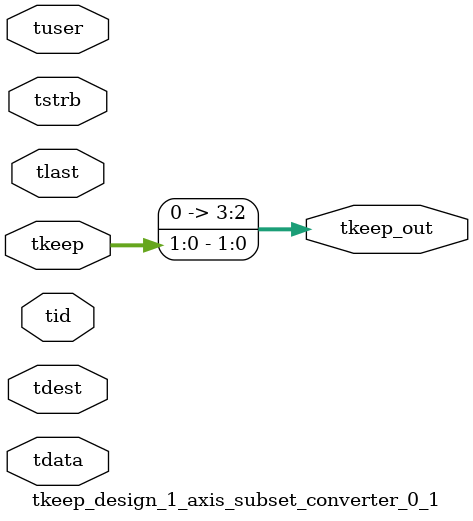
<source format=v>


`timescale 1ps/1ps

module tkeep_design_1_axis_subset_converter_0_1 #
(
parameter C_S_AXIS_TDATA_WIDTH = 32,
parameter C_S_AXIS_TUSER_WIDTH = 0,
parameter C_S_AXIS_TID_WIDTH   = 0,
parameter C_S_AXIS_TDEST_WIDTH = 0,
parameter C_M_AXIS_TDATA_WIDTH = 32
)
(
input  [(C_S_AXIS_TDATA_WIDTH == 0 ? 1 : C_S_AXIS_TDATA_WIDTH)-1:0     ] tdata,
input  [(C_S_AXIS_TUSER_WIDTH == 0 ? 1 : C_S_AXIS_TUSER_WIDTH)-1:0     ] tuser,
input  [(C_S_AXIS_TID_WIDTH   == 0 ? 1 : C_S_AXIS_TID_WIDTH)-1:0       ] tid,
input  [(C_S_AXIS_TDEST_WIDTH == 0 ? 1 : C_S_AXIS_TDEST_WIDTH)-1:0     ] tdest,
input  [(C_S_AXIS_TDATA_WIDTH/8)-1:0 ] tkeep,
input  [(C_S_AXIS_TDATA_WIDTH/8)-1:0 ] tstrb,
input                                                                    tlast,
output [(C_M_AXIS_TDATA_WIDTH/8)-1:0 ] tkeep_out
);

assign tkeep_out = {tkeep[1:0]};

endmodule


</source>
